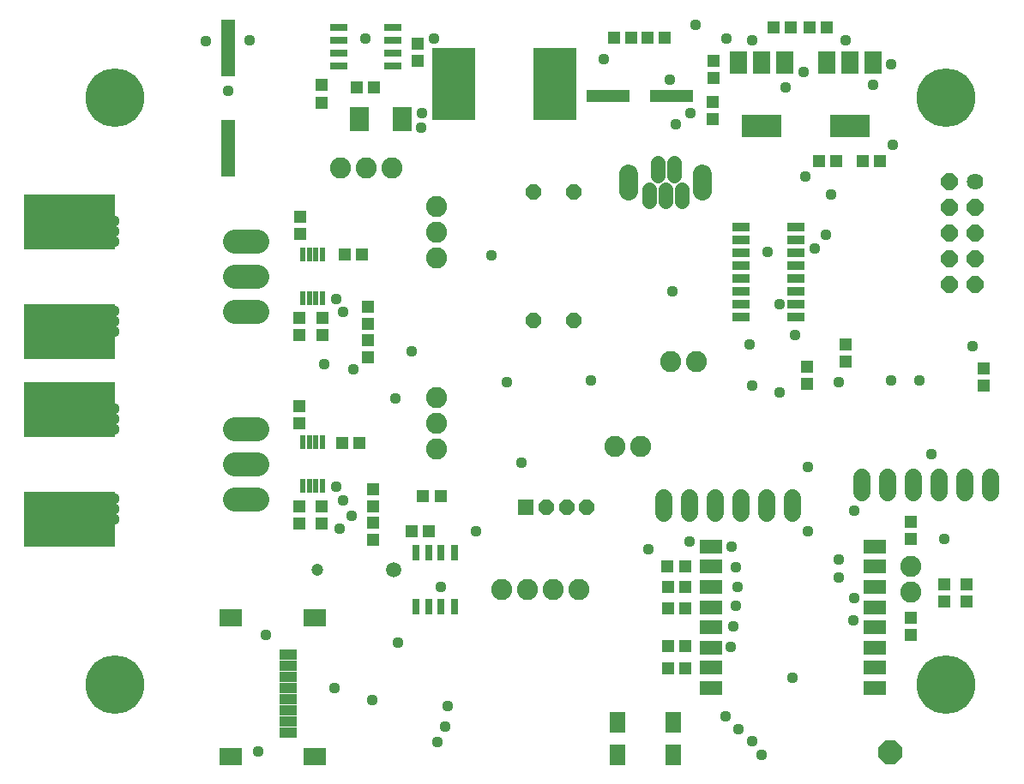
<source format=gts>
G75*
%MOIN*%
%OFA0B0*%
%FSLAX25Y25*%
%IPPOS*%
%LPD*%
%AMOC8*
5,1,8,0,0,1.08239X$1,22.5*
%
%ADD10R,0.02375X0.05524*%
%ADD11R,0.04737X0.05131*%
%ADD12R,0.05131X0.04737*%
%ADD13R,0.06700X0.08700*%
%ADD14R,0.15800X0.08700*%
%ADD15R,0.16800X0.05100*%
%ADD16C,0.08200*%
%ADD17R,0.08674X0.05524*%
%ADD18C,0.06800*%
%ADD19R,0.05500X0.21900*%
%ADD20C,0.05556*%
%ADD21C,0.07400*%
%ADD22R,0.06800X0.03300*%
%ADD23R,0.35249X0.21272*%
%ADD24OC8,0.06000*%
%ADD25C,0.06400*%
%ADD26OC8,0.06400*%
%ADD27R,0.05918X0.08280*%
%ADD28R,0.03162X0.05918*%
%ADD29C,0.09200*%
%ADD30C,0.04737*%
%ADD31C,0.05918*%
%ADD32OC8,0.09300*%
%ADD33R,0.06000X0.06000*%
%ADD34R,0.08674X0.06509*%
%ADD35R,0.06706X0.03950*%
%ADD36R,0.07100X0.02900*%
%ADD37R,0.07178X0.09383*%
%ADD38R,0.16548X0.28359*%
%ADD39C,0.22800*%
%ADD40C,0.04369*%
%ADD41C,0.05550*%
D10*
X0142416Y0169114D03*
X0144975Y0169114D03*
X0147534Y0169114D03*
X0150093Y0169114D03*
X0150093Y0186096D03*
X0147534Y0186096D03*
X0144975Y0186096D03*
X0142416Y0186096D03*
X0142409Y0242107D03*
X0144968Y0242107D03*
X0147528Y0242107D03*
X0150087Y0242107D03*
X0150087Y0259089D03*
X0147528Y0259089D03*
X0144968Y0259089D03*
X0142409Y0259089D03*
D11*
X0141299Y0267098D03*
X0141299Y0273791D03*
X0158821Y0259185D03*
X0165514Y0259185D03*
X0150098Y0234480D03*
X0150098Y0227787D03*
X0141133Y0227841D03*
X0141133Y0234534D03*
X0141127Y0200378D03*
X0141127Y0193685D03*
X0157800Y0186064D03*
X0164493Y0186064D03*
X0189215Y0165122D03*
X0195908Y0165122D03*
X0149627Y0161378D03*
X0149627Y0154685D03*
X0141108Y0154675D03*
X0141108Y0161368D03*
X0284205Y0138054D03*
X0290898Y0138054D03*
X0290931Y0129976D03*
X0284239Y0129976D03*
X0284250Y0121606D03*
X0290943Y0121606D03*
X0291020Y0106823D03*
X0284327Y0106823D03*
X0284237Y0098334D03*
X0290929Y0098334D03*
X0378710Y0148620D03*
X0378710Y0155313D03*
X0391827Y0130878D03*
X0391827Y0124185D03*
X0407110Y0208199D03*
X0407110Y0214892D03*
X0301880Y0311744D03*
X0301880Y0318437D03*
X0301952Y0327738D03*
X0301952Y0334431D03*
X0283173Y0343531D03*
X0276480Y0343531D03*
X0270173Y0343531D03*
X0263480Y0343531D03*
X0187074Y0341253D03*
X0187074Y0334560D03*
X0149771Y0325080D03*
X0149771Y0318388D03*
D12*
X0163517Y0324219D03*
X0170210Y0324219D03*
X0167827Y0238878D03*
X0167827Y0232185D03*
X0167827Y0225878D03*
X0167827Y0219185D03*
X0169827Y0167878D03*
X0169827Y0161185D03*
X0169827Y0154878D03*
X0169827Y0148185D03*
X0184783Y0151633D03*
X0191476Y0151633D03*
X0338477Y0208928D03*
X0338477Y0215621D03*
X0353288Y0217447D03*
X0353288Y0224140D03*
X0349709Y0295481D03*
X0343016Y0295481D03*
X0360110Y0295403D03*
X0366802Y0295403D03*
X0345986Y0347545D03*
X0339293Y0347545D03*
X0332173Y0347531D03*
X0325480Y0347531D03*
X0400228Y0130869D03*
X0400228Y0124176D03*
X0378827Y0117878D03*
X0378827Y0111185D03*
D13*
X0364038Y0333931D03*
X0355038Y0333931D03*
X0346038Y0333931D03*
X0329685Y0333954D03*
X0320685Y0333954D03*
X0311685Y0333954D03*
D14*
X0320785Y0309154D03*
X0355138Y0309131D03*
D15*
X0285627Y0320931D03*
X0261027Y0320931D03*
D16*
X0194234Y0277792D03*
X0194234Y0267792D03*
X0194234Y0257792D03*
X0176969Y0293003D03*
X0166969Y0293003D03*
X0156969Y0293003D03*
X0285524Y0217646D03*
X0295524Y0217646D03*
X0273827Y0184531D03*
X0263827Y0184531D03*
X0194542Y0183701D03*
X0194542Y0193701D03*
X0194542Y0203701D03*
X0219787Y0128971D03*
X0229787Y0128971D03*
X0239823Y0128936D03*
X0249823Y0128936D03*
X0378744Y0127994D03*
X0378744Y0137994D03*
D17*
X0364827Y0137783D03*
X0364827Y0129909D03*
X0364827Y0122035D03*
X0364827Y0114161D03*
X0364827Y0106287D03*
X0364827Y0098413D03*
X0364827Y0090539D03*
X0301047Y0090539D03*
X0301047Y0098413D03*
X0301047Y0106287D03*
X0301047Y0114161D03*
X0301047Y0122035D03*
X0301047Y0129909D03*
X0301047Y0137783D03*
X0301047Y0145657D03*
X0364827Y0145657D03*
D18*
X0332827Y0158531D02*
X0332827Y0164531D01*
X0322827Y0164531D02*
X0322827Y0158531D01*
X0312827Y0158531D02*
X0312827Y0164531D01*
X0302827Y0164531D02*
X0302827Y0158531D01*
X0292827Y0158531D02*
X0292827Y0164531D01*
X0282827Y0164531D02*
X0282827Y0158531D01*
X0359827Y0166531D02*
X0359827Y0172531D01*
X0369827Y0172531D02*
X0369827Y0166531D01*
X0379827Y0166531D02*
X0379827Y0172531D01*
X0389827Y0172531D02*
X0389827Y0166531D01*
X0399827Y0166531D02*
X0399827Y0172531D01*
X0409827Y0172531D02*
X0409827Y0166531D01*
D19*
X0113426Y0300496D03*
X0113426Y0339696D03*
D20*
X0277119Y0284509D02*
X0277119Y0279753D01*
X0283418Y0279753D02*
X0283418Y0284509D01*
X0289717Y0284509D02*
X0289717Y0279753D01*
X0286567Y0289990D02*
X0286567Y0294746D01*
X0280268Y0294746D02*
X0280268Y0289990D01*
D21*
X0269048Y0290549D02*
X0269048Y0283949D01*
X0297788Y0283949D02*
X0297788Y0290549D01*
D22*
X0312681Y0269740D03*
X0312681Y0264740D03*
X0312681Y0259740D03*
X0312681Y0254740D03*
X0312681Y0249740D03*
X0312681Y0244740D03*
X0312681Y0239740D03*
X0312681Y0234740D03*
X0333902Y0234740D03*
X0333902Y0239740D03*
X0333902Y0244740D03*
X0333902Y0249740D03*
X0333902Y0254740D03*
X0333902Y0259740D03*
X0333902Y0264740D03*
X0333902Y0269740D03*
D23*
X0051827Y0271791D03*
X0051827Y0229271D03*
X0051827Y0198791D03*
X0051827Y0156271D03*
D24*
X0232102Y0233538D03*
X0247827Y0233531D03*
X0247827Y0283531D03*
X0232102Y0283538D03*
X0237091Y0160740D03*
X0244965Y0160740D03*
X0252839Y0160740D03*
D25*
X0403827Y0287531D03*
D26*
X0403827Y0277531D03*
X0393827Y0277531D03*
X0393827Y0287531D03*
X0393827Y0267531D03*
X0393827Y0257531D03*
X0403827Y0257531D03*
X0403827Y0267531D03*
X0403827Y0247531D03*
X0393827Y0247531D03*
D27*
X0286231Y0077262D03*
X0286231Y0064664D03*
X0264577Y0064664D03*
X0264577Y0077262D03*
D28*
X0201307Y0122295D03*
X0196189Y0122295D03*
X0191465Y0122295D03*
X0186346Y0122295D03*
X0186346Y0143161D03*
X0191465Y0143161D03*
X0196189Y0143161D03*
X0201307Y0143161D03*
D29*
X0124602Y0163831D02*
X0116202Y0163831D01*
X0116202Y0177610D02*
X0124602Y0177610D01*
X0124602Y0191390D02*
X0116202Y0191390D01*
X0116183Y0236752D02*
X0124583Y0236752D01*
X0124583Y0250531D02*
X0116183Y0250531D01*
X0116183Y0264311D02*
X0124583Y0264311D01*
D30*
X0148047Y0136531D03*
D31*
X0177575Y0136531D03*
D32*
X0370827Y0065531D03*
D33*
X0229217Y0160740D03*
D34*
X0114432Y0063756D03*
X0147109Y0063756D03*
X0147109Y0117889D03*
X0114432Y0117889D03*
D35*
X0136873Y0103441D03*
X0136873Y0099110D03*
X0136873Y0094779D03*
X0136873Y0090448D03*
X0136873Y0086118D03*
X0136873Y0081787D03*
X0136873Y0077456D03*
X0136873Y0073126D03*
D36*
X0156383Y0332449D03*
X0156383Y0337449D03*
X0156383Y0342449D03*
X0156383Y0347449D03*
X0177283Y0347449D03*
X0177283Y0342449D03*
X0177283Y0337449D03*
X0177283Y0332449D03*
D37*
X0181099Y0311743D03*
X0164485Y0311743D03*
D38*
X0201142Y0325531D03*
X0240512Y0325531D03*
D39*
X0392316Y0320205D03*
X0069504Y0320134D03*
X0069504Y0091748D03*
X0392316Y0091741D03*
D40*
X0356327Y0117031D03*
X0356827Y0125531D03*
X0350827Y0133531D03*
X0350827Y0140531D03*
X0338827Y0151531D03*
X0356827Y0159531D03*
X0338827Y0176531D03*
X0327827Y0205531D03*
X0317049Y0208168D03*
X0316049Y0224168D03*
X0333853Y0228046D03*
X0327635Y0239749D03*
X0322899Y0260240D03*
X0341547Y0261536D03*
X0345840Y0266870D03*
X0347827Y0282531D03*
X0337777Y0289613D03*
X0371850Y0301773D03*
X0363899Y0325240D03*
X0370899Y0333240D03*
X0353322Y0342437D03*
X0336899Y0330240D03*
X0329899Y0324240D03*
X0317020Y0342656D03*
X0307036Y0343375D03*
X0294904Y0348731D03*
X0259245Y0335088D03*
X0284899Y0327240D03*
X0293036Y0314375D03*
X0287468Y0309862D03*
X0215695Y0258850D03*
X0158089Y0236886D03*
X0155238Y0241921D03*
X0184827Y0221531D03*
X0162019Y0214659D03*
X0150778Y0216478D03*
X0178500Y0203334D03*
X0221595Y0209702D03*
X0254532Y0210221D03*
X0227532Y0178221D03*
X0209827Y0151531D03*
X0196098Y0129966D03*
X0179532Y0108221D03*
X0154792Y0090462D03*
X0169386Y0085795D03*
X0194827Y0069531D03*
X0197827Y0075531D03*
X0198827Y0083531D03*
X0128019Y0111364D03*
X0125104Y0065976D03*
X0156840Y0152509D03*
X0161265Y0157499D03*
X0158014Y0163434D03*
X0155351Y0168884D03*
X0069120Y0164092D03*
X0065120Y0164092D03*
X0061120Y0164092D03*
X0057120Y0164092D03*
X0053120Y0164092D03*
X0049120Y0164092D03*
X0045120Y0164092D03*
X0041120Y0164092D03*
X0037120Y0164092D03*
X0037120Y0160092D03*
X0041120Y0160092D03*
X0045120Y0160092D03*
X0049120Y0160092D03*
X0053120Y0160092D03*
X0057120Y0160092D03*
X0061120Y0160092D03*
X0065120Y0160092D03*
X0069120Y0160092D03*
X0069120Y0156092D03*
X0065120Y0156092D03*
X0061120Y0156092D03*
X0057120Y0156092D03*
X0053120Y0156092D03*
X0049120Y0156092D03*
X0045120Y0156092D03*
X0041120Y0156092D03*
X0037120Y0156092D03*
X0037120Y0191092D03*
X0037120Y0195092D03*
X0037120Y0199092D03*
X0041120Y0199092D03*
X0045120Y0199092D03*
X0049120Y0199092D03*
X0053120Y0199092D03*
X0057120Y0199092D03*
X0061120Y0199092D03*
X0065120Y0199092D03*
X0069120Y0199092D03*
X0069120Y0195092D03*
X0065120Y0195092D03*
X0061120Y0195092D03*
X0057120Y0195092D03*
X0053120Y0195092D03*
X0049120Y0195092D03*
X0045120Y0195092D03*
X0041120Y0195092D03*
X0041120Y0191092D03*
X0045120Y0191092D03*
X0049120Y0191092D03*
X0053120Y0191092D03*
X0057120Y0191092D03*
X0061120Y0191092D03*
X0065120Y0191092D03*
X0069120Y0191092D03*
X0069120Y0229092D03*
X0069120Y0233092D03*
X0069120Y0237092D03*
X0065120Y0237092D03*
X0061120Y0237092D03*
X0057120Y0237092D03*
X0053120Y0237092D03*
X0049120Y0237092D03*
X0045120Y0237092D03*
X0041120Y0237092D03*
X0037120Y0237092D03*
X0037120Y0233092D03*
X0041120Y0233092D03*
X0045120Y0233092D03*
X0049120Y0233092D03*
X0053120Y0233092D03*
X0057120Y0233092D03*
X0061120Y0233092D03*
X0065120Y0233092D03*
X0065120Y0229092D03*
X0061120Y0229092D03*
X0057120Y0229092D03*
X0053120Y0229092D03*
X0049120Y0229092D03*
X0045120Y0229092D03*
X0041120Y0229092D03*
X0037120Y0229092D03*
X0037120Y0264092D03*
X0037120Y0268092D03*
X0037120Y0272092D03*
X0041120Y0272092D03*
X0045120Y0272092D03*
X0049120Y0272092D03*
X0053120Y0272092D03*
X0057120Y0272092D03*
X0061120Y0272092D03*
X0065120Y0272092D03*
X0069120Y0272092D03*
X0069120Y0268092D03*
X0065120Y0268092D03*
X0061120Y0268092D03*
X0057120Y0268092D03*
X0053120Y0268092D03*
X0049120Y0268092D03*
X0045120Y0268092D03*
X0041120Y0268092D03*
X0041120Y0264092D03*
X0045120Y0264092D03*
X0049120Y0264092D03*
X0053120Y0264092D03*
X0057120Y0264092D03*
X0061120Y0264092D03*
X0065120Y0264092D03*
X0069120Y0264092D03*
X0113411Y0323041D03*
X0104720Y0342341D03*
X0121794Y0342526D03*
X0166717Y0343162D03*
X0193391Y0343072D03*
X0188656Y0314223D03*
X0188386Y0308707D03*
X0286035Y0244740D03*
X0350827Y0209531D03*
X0371049Y0210168D03*
X0381905Y0210336D03*
X0402827Y0223531D03*
X0386827Y0181531D03*
X0391827Y0148531D03*
X0311395Y0129857D03*
X0310827Y0122531D03*
X0309827Y0114531D03*
X0308827Y0106531D03*
X0332827Y0094531D03*
X0306827Y0079531D03*
X0311827Y0074531D03*
X0316933Y0069895D03*
X0320827Y0064531D03*
X0310827Y0137531D03*
X0309141Y0145415D03*
X0292798Y0147727D03*
X0276827Y0144531D03*
D41*
X0061567Y0148277D03*
X0055567Y0148277D03*
X0049567Y0148277D03*
X0043567Y0148277D03*
X0042567Y0206777D03*
X0048567Y0206777D03*
X0054567Y0206777D03*
X0060567Y0206777D03*
X0060567Y0221277D03*
X0054567Y0221277D03*
X0048567Y0221277D03*
X0042567Y0221277D03*
X0041567Y0279777D03*
X0047567Y0279777D03*
X0053567Y0279777D03*
X0059567Y0279777D03*
M02*

</source>
